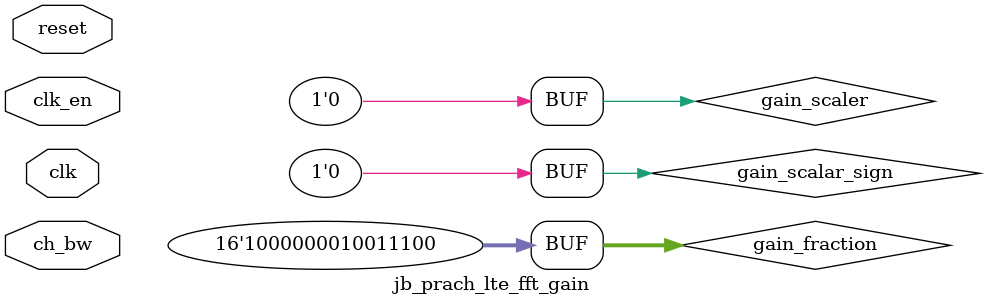
<source format=sv>
`timescale 1ns / 1ps

module jb_prach_lte_fft_gain # (
    parameter USR_ID_BW=2,
    parameter PRECISION = 16,
    parameter GAIN_SCALER_BW  = 4
)
 (
    input clk,              
    input clk_en,
    input reset,
    jb_axi4_stream_if.slave IFP_prach_fft_gain_in,
    input [3:0] ch_bw, // b00: 20MHz  b01:10MHz b10: 5Mhz b11:15Mhz
    
    // Output
    jb_axi4_stream_if.master IFP_prach_fft_gain_out
    ); 
    
    logic 		               gain_scalar_sign;
    logic [GAIN_SCALER_BW-1:0] gain_scalar;
    logic [PRECISION-1:0]      gain_fraction;

    
// Gain  20MHz 3.1030 db => scaler 1 fraction 'hB763
// Gain  15Mhz 3.1030 db => scaler 1 fraction 'hB763  Need to be reevaluated
// Gain  10Mhz 6.0206 db => scaler 2 fraction 'h809B  Need to be reevaluated
// Gain  5Mhz  3.1030 db => scaler 2 fraction 'hB763  Need to be reevaluated
/*always_comb begin
    case (ch_bw) // b00: 20MHz  b01:10MHz b10: 5Mhz b11:15Mhz 
      //  4'b0000 : begin gain_scalar =  1; gain_fraction = 'hB573; end  // 3.0103
        4'b0000 : begin gain_scalar =  2; gain_fraction = 'h809C; end  // 3.0103
        4'b0001 : begin gain_scalar =  2; gain_fraction = 'h809C; end  // 6.0206
        4'b0010 : begin gain_scalar =  1; gain_fraction = 'hB573; end  // 
        4'b0011 : begin gain_scalar =  1; gain_fraction = 'hB573; end  // 3.0103
        default : begin gain_scalar =  1; gain_fraction = 'hB573; end  // 3.0103     
    endcase
end
*/
    assign gain_scaler = 2;
    assign gain_fraction = 'h809C;
    assign gain_scalar_sign = 0;  // Direction of the shift 0 left, 1 right

   //Set the gain based on bandwidth, BW=15, 5dB, else 0
    jb_iq_gain_mult #(
        .PRECISION                      (PRECISION),
        .SCALER_BW                      (GAIN_SCALER_BW),
        .USR_ID_BW                      (USR_ID_BW)   // include address in USR ID.
    ) u_iq_fft_gain(
        .clk                            (clk),
        .clk_en                         (clk_en),
        .resetn                         (!reset),
        .scaler_gain_sign               (gain_scalar_sign),
        .scaler_gain                    (gain_scalar),
        .fraction_gain                  (gain_fraction),			
        .IFP_dfe_in                     (IFP_prach_fft_gain_in),
        .IFP_dfe_out                    (IFP_prach_fft_gain_out)
        );
//vio_fft_prach_gain vio_fft_prach_gain_1 (
//  .clk(clk),                // input wire clk
//  .probe_in0(ch_bw),    // input wire [3 : 0] probe_in0
//  .probe_out0(gain_scalar),  // output wire [3 : 0] probe_out0
//  .probe_out1(gain_fraction)  // output wire [15 : 0] probe_out1
//);
endmodule

</source>
